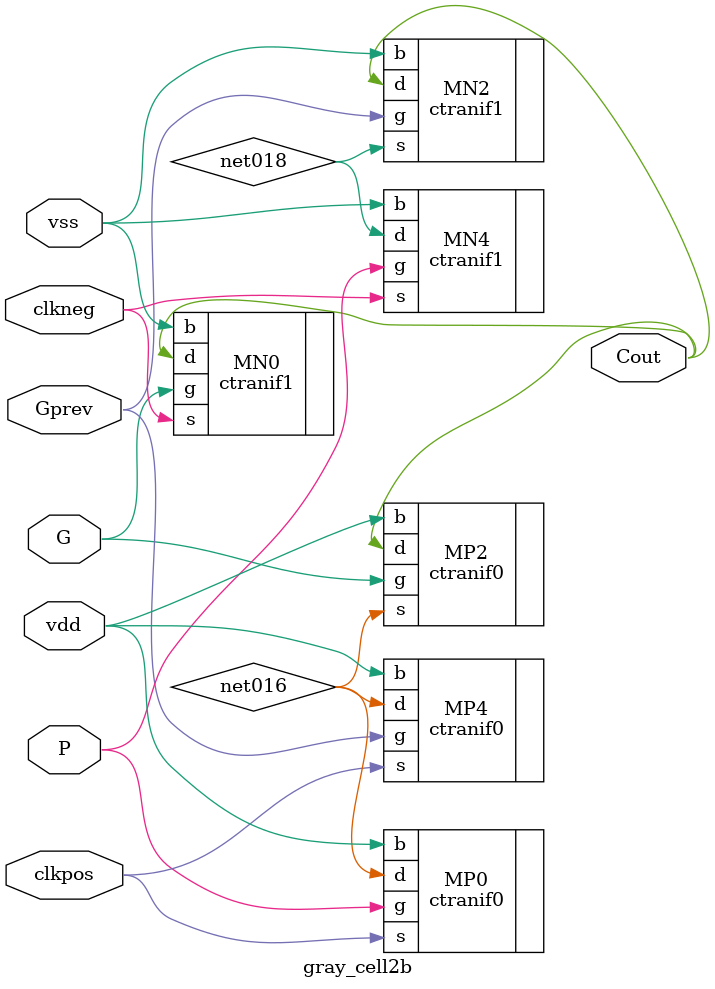
<source format=sv>
`timescale 1ns / 1ns 

module gray_cell2b ( Cout, G, Gprev, P, clkneg, clkpos, vdd, vss );

output  Cout;

input  G, Gprev, P, clkneg, clkpos, vdd, vss;


specify 
    specparam CDS_LIBNAME  = "MIPS25";
    specparam CDS_CELLNAME = "gray_cell2b";
    specparam CDS_VIEWNAME = "schematic";
endspecify

ctranif1  MN2 ( .b(vss), .d(Cout), .g(Gprev), .s(net018));
ctranif1  MN0 ( .b(vss), .d(Cout), .g(G), .s(clkneg));
ctranif1  MN4 ( .b(vss), .d(net018), .g(P), .s(clkneg));
ctranif0  MP2 ( .b(vdd), .s(net016), .g(G), .d(Cout));
ctranif0  MP0 ( .b(vdd), .s(clkpos), .g(P), .d(net016));
ctranif0  MP4 ( .b(vdd), .s(clkpos), .g(Gprev), .d(net016));

endmodule

</source>
